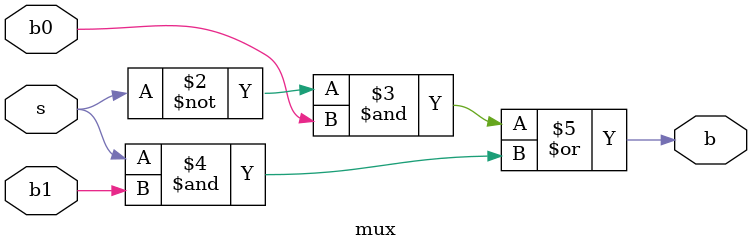
<source format=v>
`timescale 1ns / 1ps


module mux(input wire b0,b1,s, output reg b );
always @(*)
begin
b=(((~s)&b0) | (s&b1));
end
endmodule

</source>
